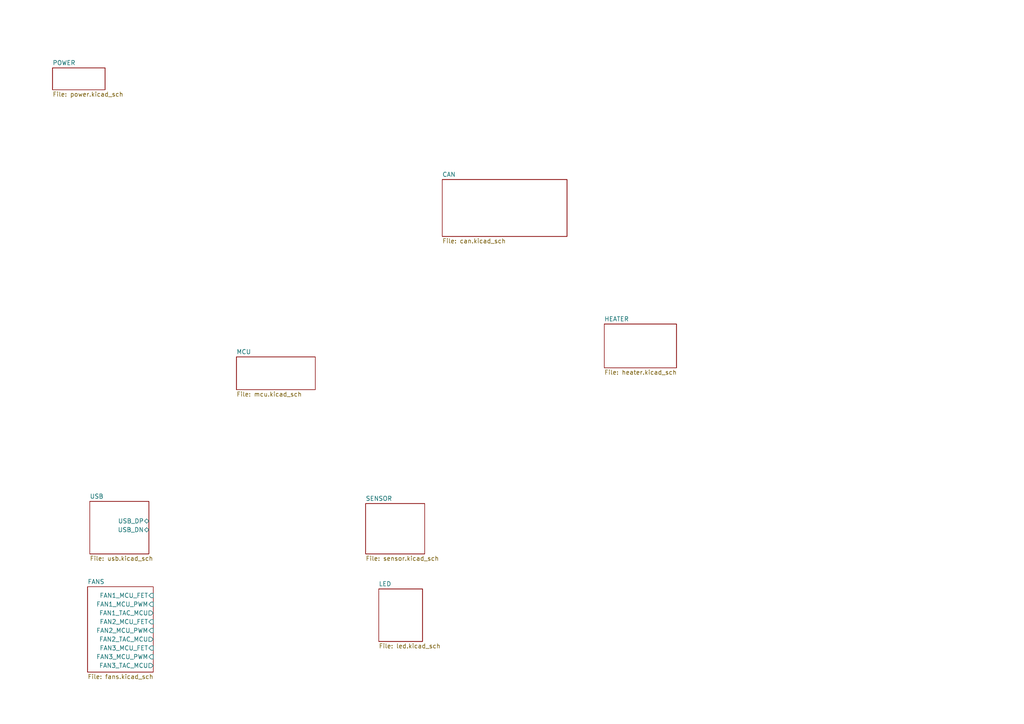
<source format=kicad_sch>
(kicad_sch
	(version 20250114)
	(generator "eeschema")
	(generator_version "9.0")
	(uuid "eb63e6f7-b30a-467a-918b-f1809b9fdccd")
	(paper "A4")
	(lib_symbols)
	(sheet
		(at 128.27 52.07)
		(size 36.195 16.51)
		(exclude_from_sim no)
		(in_bom yes)
		(on_board yes)
		(dnp no)
		(fields_autoplaced yes)
		(stroke
			(width 0.1524)
			(type solid)
		)
		(fill
			(color 0 0 0 0.0000)
		)
		(uuid "8938fe3a-75bc-4b8d-a4d4-2327e1a9b6ba")
		(property "Sheetname" "CAN"
			(at 128.27 51.3584 0)
			(effects
				(font
					(size 1.27 1.27)
				)
				(justify left bottom)
			)
		)
		(property "Sheetfile" "can.kicad_sch"
			(at 128.27 69.1646 0)
			(effects
				(font
					(size 1.27 1.27)
				)
				(justify left top)
			)
		)
		(instances
			(project "middle-MCU"
				(path "/eb63e6f7-b30a-467a-918b-f1809b9fdccd"
					(page "8")
				)
			)
		)
	)
	(sheet
		(at 68.58 103.505)
		(size 22.86 9.525)
		(exclude_from_sim no)
		(in_bom yes)
		(on_board yes)
		(dnp no)
		(fields_autoplaced yes)
		(stroke
			(width 0.1524)
			(type solid)
		)
		(fill
			(color 0 0 0 0.0000)
		)
		(uuid "9c0743c2-d24f-48ec-9201-c73203c1d04b")
		(property "Sheetname" "MCU"
			(at 68.58 102.7934 0)
			(effects
				(font
					(size 1.27 1.27)
				)
				(justify left bottom)
			)
		)
		(property "Sheetfile" "mcu.kicad_sch"
			(at 68.58 113.6146 0)
			(effects
				(font
					(size 1.27 1.27)
				)
				(justify left top)
			)
		)
		(instances
			(project "middle-MCU"
				(path "/eb63e6f7-b30a-467a-918b-f1809b9fdccd"
					(page "4")
				)
			)
		)
	)
	(sheet
		(at 25.4 170.18)
		(size 19.05 24.765)
		(exclude_from_sim no)
		(in_bom yes)
		(on_board yes)
		(dnp no)
		(fields_autoplaced yes)
		(stroke
			(width 0.1524)
			(type solid)
		)
		(fill
			(color 0 0 0 0.0000)
		)
		(uuid "b9f58405-18f4-4aa6-927a-4da319139bb5")
		(property "Sheetname" "FANS"
			(at 25.4 169.4684 0)
			(effects
				(font
					(size 1.27 1.27)
				)
				(justify left bottom)
			)
		)
		(property "Sheetfile" "fans.kicad_sch"
			(at 25.4 195.5296 0)
			(effects
				(font
					(size 1.27 1.27)
				)
				(justify left top)
			)
		)
		(pin "FAN1_MCU_FET" input
			(at 44.45 172.72 0)
			(uuid "b5e0d86b-41f8-4396-aaae-0c4f2db46dc6")
			(effects
				(font
					(size 1.27 1.27)
				)
				(justify right)
			)
		)
		(pin "FAN1_MCU_PWM" input
			(at 44.45 175.26 0)
			(uuid "8b1ed767-d2ab-4e7c-95e9-42d58ddfa97b")
			(effects
				(font
					(size 1.27 1.27)
				)
				(justify right)
			)
		)
		(pin "FAN1_TAC_MCU" output
			(at 44.45 177.8 0)
			(uuid "57d96c3f-8c8f-49a6-98e1-efa7c4f23562")
			(effects
				(font
					(size 1.27 1.27)
				)
				(justify right)
			)
		)
		(pin "FAN2_MCU_FET" input
			(at 44.45 180.34 0)
			(uuid "394406b5-852c-4447-bdb8-933a4f3269f4")
			(effects
				(font
					(size 1.27 1.27)
				)
				(justify right)
			)
		)
		(pin "FAN2_MCU_PWM" input
			(at 44.45 182.88 0)
			(uuid "c9c513cf-4539-46d0-af9f-2c512ba0a8e9")
			(effects
				(font
					(size 1.27 1.27)
				)
				(justify right)
			)
		)
		(pin "FAN2_TAC_MCU" output
			(at 44.45 185.42 0)
			(uuid "28667784-193d-4d38-8765-b0034c46dee8")
			(effects
				(font
					(size 1.27 1.27)
				)
				(justify right)
			)
		)
		(pin "FAN3_MCU_FET" input
			(at 44.45 187.96 0)
			(uuid "78ebbf38-cb17-472f-bbb9-bd8963ccc757")
			(effects
				(font
					(size 1.27 1.27)
				)
				(justify right)
			)
		)
		(pin "FAN3_MCU_PWM" input
			(at 44.45 190.5 0)
			(uuid "8fbc55e2-24ca-4da0-837c-ca1e12e31960")
			(effects
				(font
					(size 1.27 1.27)
				)
				(justify right)
			)
		)
		(pin "FAN3_TAC_MCU" output
			(at 44.45 193.04 0)
			(uuid "156eb514-ee9b-4612-ae0d-05d5fed2677f")
			(effects
				(font
					(size 1.27 1.27)
				)
				(justify right)
			)
		)
		(instances
			(project "middle-MCU"
				(path "/eb63e6f7-b30a-467a-918b-f1809b9fdccd"
					(page "5")
				)
			)
		)
	)
	(sheet
		(at 109.855 170.815)
		(size 12.7 15.24)
		(exclude_from_sim no)
		(in_bom yes)
		(on_board yes)
		(dnp no)
		(fields_autoplaced yes)
		(stroke
			(width 0.1524)
			(type solid)
		)
		(fill
			(color 0 0 0 0.0000)
		)
		(uuid "bffedc33-3dd4-40c4-8613-05dc41d58cd2")
		(property "Sheetname" "LED"
			(at 109.855 170.1034 0)
			(effects
				(font
					(size 1.27 1.27)
				)
				(justify left bottom)
			)
		)
		(property "Sheetfile" "led.kicad_sch"
			(at 109.855 186.6396 0)
			(effects
				(font
					(size 1.27 1.27)
				)
				(justify left top)
			)
		)
		(instances
			(project "middle-MCU"
				(path "/eb63e6f7-b30a-467a-918b-f1809b9fdccd"
					(page "6")
				)
			)
		)
	)
	(sheet
		(at 15.24 19.685)
		(size 15.24 6.35)
		(exclude_from_sim no)
		(in_bom yes)
		(on_board yes)
		(dnp no)
		(fields_autoplaced yes)
		(stroke
			(width 0.1524)
			(type solid)
		)
		(fill
			(color 0 0 0 0.0000)
		)
		(uuid "cf462873-bc3f-48e9-80b8-4f3008e5f191")
		(property "Sheetname" "POWER"
			(at 15.24 18.9734 0)
			(effects
				(font
					(size 1.27 1.27)
				)
				(justify left bottom)
			)
		)
		(property "Sheetfile" "power.kicad_sch"
			(at 15.24 26.6196 0)
			(effects
				(font
					(size 1.27 1.27)
				)
				(justify left top)
			)
		)
		(instances
			(project "middle-MCU"
				(path "/eb63e6f7-b30a-467a-918b-f1809b9fdccd"
					(page "2")
				)
			)
		)
	)
	(sheet
		(at 106.045 146.05)
		(size 17.145 14.605)
		(exclude_from_sim no)
		(in_bom yes)
		(on_board yes)
		(dnp no)
		(fields_autoplaced yes)
		(stroke
			(width 0.1524)
			(type solid)
		)
		(fill
			(color 0 0 0 0.0000)
		)
		(uuid "d2a3caa7-7ef3-4eb4-807c-19e4da434cbc")
		(property "Sheetname" "SENSOR"
			(at 106.045 145.3384 0)
			(effects
				(font
					(size 1.27 1.27)
				)
				(justify left bottom)
			)
		)
		(property "Sheetfile" "sensor.kicad_sch"
			(at 106.045 161.2396 0)
			(effects
				(font
					(size 1.27 1.27)
				)
				(justify left top)
			)
		)
		(instances
			(project "middle-MCU"
				(path "/eb63e6f7-b30a-467a-918b-f1809b9fdccd"
					(page "7")
				)
			)
		)
	)
	(sheet
		(at 175.26 93.98)
		(size 20.955 12.7)
		(exclude_from_sim no)
		(in_bom yes)
		(on_board yes)
		(dnp no)
		(fields_autoplaced yes)
		(stroke
			(width 0.1524)
			(type solid)
		)
		(fill
			(color 0 0 0 0.0000)
		)
		(uuid "d33daaf8-ae15-4750-b628-7821b29a89e2")
		(property "Sheetname" "HEATER"
			(at 175.26 93.2684 0)
			(effects
				(font
					(size 1.27 1.27)
				)
				(justify left bottom)
			)
		)
		(property "Sheetfile" "heater.kicad_sch"
			(at 175.26 107.2646 0)
			(effects
				(font
					(size 1.27 1.27)
				)
				(justify left top)
			)
		)
		(instances
			(project "middle-MCU"
				(path "/eb63e6f7-b30a-467a-918b-f1809b9fdccd"
					(page "9")
				)
			)
		)
	)
	(sheet
		(at 26.035 145.415)
		(size 17.145 15.24)
		(exclude_from_sim no)
		(in_bom yes)
		(on_board yes)
		(dnp no)
		(fields_autoplaced yes)
		(stroke
			(width 0.1524)
			(type solid)
		)
		(fill
			(color 0 0 0 0.0000)
		)
		(uuid "dda2f689-9806-4cbd-a1c9-9daf02cdc379")
		(property "Sheetname" "USB"
			(at 26.035 144.7034 0)
			(effects
				(font
					(size 1.27 1.27)
				)
				(justify left bottom)
			)
		)
		(property "Sheetfile" "usb.kicad_sch"
			(at 26.035 161.2396 0)
			(effects
				(font
					(size 1.27 1.27)
				)
				(justify left top)
			)
		)
		(pin "USB_DN" bidirectional
			(at 43.18 153.67 0)
			(uuid "c04d9e22-7704-4b56-881d-ac1379264377")
			(effects
				(font
					(size 1.27 1.27)
				)
				(justify right)
			)
		)
		(pin "USB_DP" bidirectional
			(at 43.18 151.13 0)
			(uuid "96774b1e-8021-4d2c-8f19-24629f0988ce")
			(effects
				(font
					(size 1.27 1.27)
				)
				(justify right)
			)
		)
		(instances
			(project "middle-MCU"
				(path "/eb63e6f7-b30a-467a-918b-f1809b9fdccd"
					(page "3")
				)
			)
		)
	)
	(sheet_instances
		(path "/"
			(page "1")
		)
	)
	(embedded_fonts no)
)

</source>
